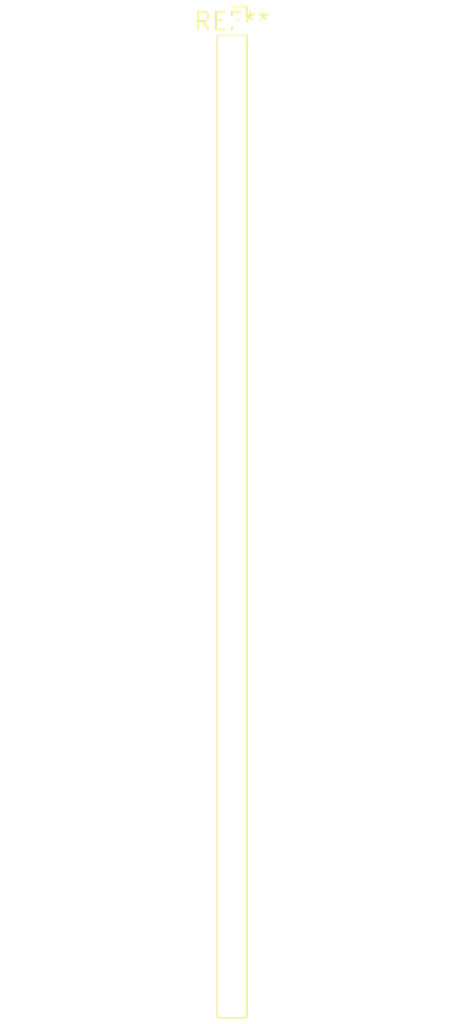
<source format=kicad_pcb>
(kicad_pcb (version 20240108) (generator pcbnew)
  (layers (0 "F.Cu" signal) (31 "B.Cu" signal) (34 "B.Paste" user) (35 "F.Paste" user) (36 "B.SilkS" user "B.Silkscreen") (37 "F.SilkS" user "F.Silkscreen") (38 "B.Mask" user) (39 "F.Mask" user) (44 "Edge.Cuts" user))
  (net 0 "")
  (footprint "PinSocket_1x36_P2.00mm_Vertical" (layer "F.Cu") (at 0 0)
    (property "Reference" "REF**")
    (property "Value" "PinSocket_1x36_P2.00mm_Vertical")
    (fp_line (start -1.06 1) (end -1.06 71.06) (layer "F.SilkS") (stroke (width 0.12)))
    (fp_line (start -1.06 1) (end 1.06 1) (layer "F.SilkS") (stroke (width 0.12)))
    (fp_line (start -1.06 71.06) (end 1.06 71.06) (layer "F.SilkS") (stroke (width 0.12)))
    (fp_line (start 0 -1.06) (end 1.06 -1.06) (layer "F.SilkS") (stroke (width 0.12)))
    (fp_line (start 1.06 -1.06) (end 1.06 0) (layer "F.SilkS") (stroke (width 0.12)))
    (fp_line (start 1.06 1) (end 1.06 71.06) (layer "F.SilkS") (stroke (width 0.12)))
    (pad "1" thru_hole rect (at 0 0) (size 1.35 1.35) (drill 0.8) (layers *.Cu *.Mask) (remove_unused_layers))
    (pad "2" thru_hole oval (at 0 2) (size 1.35 1.35) (drill 0.8) (layers *.Cu *.Mask) (remove_unused_layers))
    (pad "3" thru_hole oval (at 0 4) (size 1.35 1.35) (drill 0.8) (layers *.Cu *.Mask) (remove_unused_layers))
    (pad "4" thru_hole oval (at 0 6) (size 1.35 1.35) (drill 0.8) (layers *.Cu *.Mask) (remove_unused_layers))
    (pad "5" thru_hole oval (at 0 8) (size 1.35 1.35) (drill 0.8) (layers *.Cu *.Mask) (remove_unused_layers))
    (pad "6" thru_hole oval (at 0 10) (size 1.35 1.35) (drill 0.8) (layers *.Cu *.Mask) (remove_unused_layers))
    (pad "7" thru_hole oval (at 0 12) (size 1.35 1.35) (drill 0.8) (layers *.Cu *.Mask) (remove_unused_layers))
    (pad "8" thru_hole oval (at 0 14) (size 1.35 1.35) (drill 0.8) (layers *.Cu *.Mask) (remove_unused_layers))
    (pad "9" thru_hole oval (at 0 16) (size 1.35 1.35) (drill 0.8) (layers *.Cu *.Mask) (remove_unused_layers))
    (pad "10" thru_hole oval (at 0 18) (size 1.35 1.35) (drill 0.8) (layers *.Cu *.Mask) (remove_unused_layers))
    (pad "11" thru_hole oval (at 0 20) (size 1.35 1.35) (drill 0.8) (layers *.Cu *.Mask) (remove_unused_layers))
    (pad "12" thru_hole oval (at 0 22) (size 1.35 1.35) (drill 0.8) (layers *.Cu *.Mask) (remove_unused_layers))
    (pad "13" thru_hole oval (at 0 24) (size 1.35 1.35) (drill 0.8) (layers *.Cu *.Mask) (remove_unused_layers))
    (pad "14" thru_hole oval (at 0 26) (size 1.35 1.35) (drill 0.8) (layers *.Cu *.Mask) (remove_unused_layers))
    (pad "15" thru_hole oval (at 0 28) (size 1.35 1.35) (drill 0.8) (layers *.Cu *.Mask) (remove_unused_layers))
    (pad "16" thru_hole oval (at 0 30) (size 1.35 1.35) (drill 0.8) (layers *.Cu *.Mask) (remove_unused_layers))
    (pad "17" thru_hole oval (at 0 32) (size 1.35 1.35) (drill 0.8) (layers *.Cu *.Mask) (remove_unused_layers))
    (pad "18" thru_hole oval (at 0 34) (size 1.35 1.35) (drill 0.8) (layers *.Cu *.Mask) (remove_unused_layers))
    (pad "19" thru_hole oval (at 0 36) (size 1.35 1.35) (drill 0.8) (layers *.Cu *.Mask) (remove_unused_layers))
    (pad "20" thru_hole oval (at 0 38) (size 1.35 1.35) (drill 0.8) (layers *.Cu *.Mask) (remove_unused_layers))
    (pad "21" thru_hole oval (at 0 40) (size 1.35 1.35) (drill 0.8) (layers *.Cu *.Mask) (remove_unused_layers))
    (pad "22" thru_hole oval (at 0 42) (size 1.35 1.35) (drill 0.8) (layers *.Cu *.Mask) (remove_unused_layers))
    (pad "23" thru_hole oval (at 0 44) (size 1.35 1.35) (drill 0.8) (layers *.Cu *.Mask) (remove_unused_layers))
    (pad "24" thru_hole oval (at 0 46) (size 1.35 1.35) (drill 0.8) (layers *.Cu *.Mask) (remove_unused_layers))
    (pad "25" thru_hole oval (at 0 48) (size 1.35 1.35) (drill 0.8) (layers *.Cu *.Mask) (remove_unused_layers))
    (pad "26" thru_hole oval (at 0 50) (size 1.35 1.35) (drill 0.8) (layers *.Cu *.Mask) (remove_unused_layers))
    (pad "27" thru_hole oval (at 0 52) (size 1.35 1.35) (drill 0.8) (layers *.Cu *.Mask) (remove_unused_layers))
    (pad "28" thru_hole oval (at 0 54) (size 1.35 1.35) (drill 0.8) (layers *.Cu *.Mask) (remove_unused_layers))
    (pad "29" thru_hole oval (at 0 56) (size 1.35 1.35) (drill 0.8) (layers *.Cu *.Mask) (remove_unused_layers))
    (pad "30" thru_hole oval (at 0 58) (size 1.35 1.35) (drill 0.8) (layers *.Cu *.Mask) (remove_unused_layers))
    (pad "31" thru_hole oval (at 0 60) (size 1.35 1.35) (drill 0.8) (layers *.Cu *.Mask) (remove_unused_layers))
    (pad "32" thru_hole oval (at 0 62) (size 1.35 1.35) (drill 0.8) (layers *.Cu *.Mask) (remove_unused_layers))
    (pad "33" thru_hole oval (at 0 64) (size 1.35 1.35) (drill 0.8) (layers *.Cu *.Mask) (remove_unused_layers))
    (pad "34" thru_hole oval (at 0 66) (size 1.35 1.35) (drill 0.8) (layers *.Cu *.Mask) (remove_unused_layers))
    (pad "35" thru_hole oval (at 0 68) (size 1.35 1.35) (drill 0.8) (layers *.Cu *.Mask) (remove_unused_layers))
    (pad "36" thru_hole oval (at 0 70) (size 1.35 1.35) (drill 0.8) (layers *.Cu *.Mask) (remove_unused_layers))
  )
)
</source>
